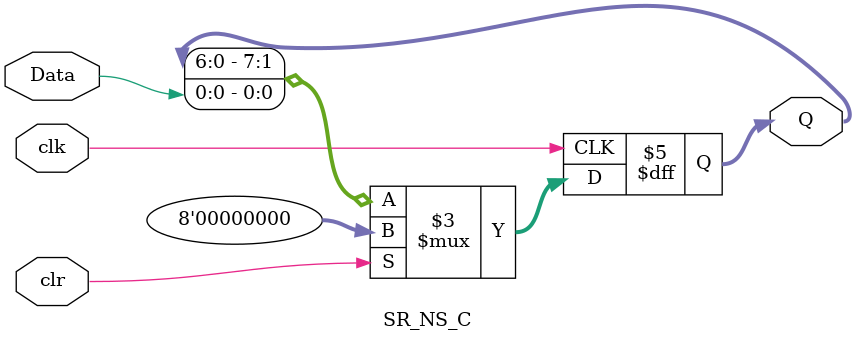
<source format=v>
`timescale 1ns / 1ps

module SR_NS_C(Data, clk, clr, Q);
    parameter n = 8;
    input Data;
    input clk, clr;
    output reg [n-1:0] Q;

    always @(posedge clk) begin
        if(clr)
            Q = 0;
        else
            Q = {Q[n-2:0], Data};
    end
endmodule

</source>
